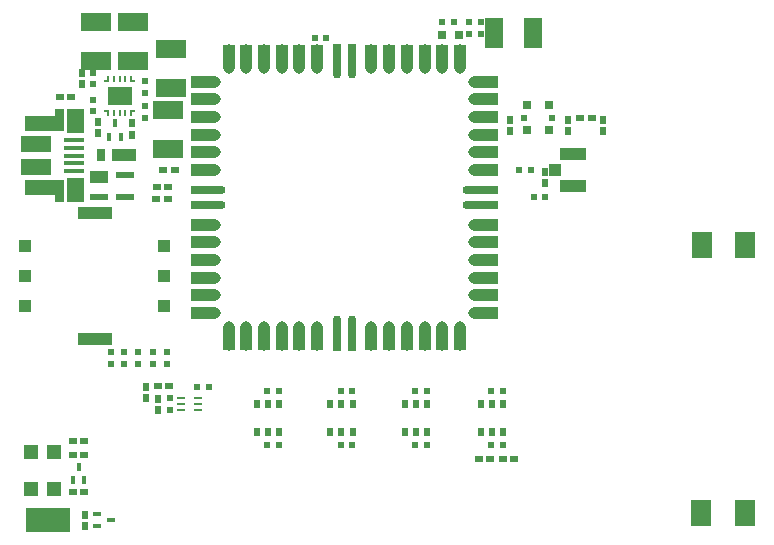
<source format=gtp>
G04*
G04 #@! TF.GenerationSoftware,Altium Limited,Altium Designer,18.1.6 (161)*
G04*
G04 Layer_Color=8421504*
%FSLAX44Y44*%
%MOMM*%
G71*
G01*
G75*
%ADD12R,0.6000X0.5000*%
%ADD13R,2.2000X1.0500*%
%ADD14R,1.0500X1.0000*%
%ADD15R,0.5000X0.7000*%
%ADD16R,0.4000X0.6500*%
%ADD17R,0.6500X0.6000*%
%ADD19R,0.6000X0.6500*%
%ADD20R,1.6000X1.0000*%
%ADD21R,1.6000X0.6000*%
%ADD22R,1.8000X2.3000*%
%ADD23R,3.8000X2.0300*%
%ADD24R,2.1000X1.1000*%
%ADD25R,0.8000X1.1000*%
%ADD26R,2.5000X1.5000*%
%ADD27R,0.5000X0.6000*%
%ADD28R,1.1000X1.0000*%
%ADD29R,3.0000X1.0000*%
%ADD30R,1.2000X1.2000*%
%ADD31R,0.5800X0.5000*%
%ADD32R,0.8000X0.7500*%
%ADD33R,2.5000X1.4250*%
%ADD34R,1.7500X0.4000*%
%ADD35R,0.6500X0.8000*%
%ADD36O,1.0000X2.5000*%
%ADD37O,2.5000X1.0000*%
%ADD38O,2.9500X0.7500*%
%ADD39O,0.7500X2.9500*%
%ADD40R,0.2300X0.5500*%
%ADD41O,0.2500X0.5500*%
%ADD42R,2.0000X1.6000*%
%ADD43R,0.7000X0.2500*%
%ADD44R,0.5500X0.8000*%
%ADD45R,0.6500X0.4000*%
%ADD48R,1.5000X2.5000*%
%ADD70R,1.0000X0.6250*%
%ADD71R,0.5000X1.0000*%
%ADD72R,0.5000X0.7500*%
%ADD73R,0.7500X0.5000*%
G36*
X329100Y629350D02*
X322100D01*
Y634650D01*
X296600D01*
Y647650D01*
X329100D01*
Y629350D01*
D02*
G37*
G36*
X346200Y629400D02*
X332200D01*
Y649400D01*
X346200D01*
Y629400D01*
D02*
G37*
G36*
X329100Y689150D02*
X296600D01*
Y702150D01*
X322100D01*
Y707450D01*
X329100D01*
Y689150D01*
D02*
G37*
G36*
X346200Y687400D02*
X332200D01*
Y707400D01*
X346200D01*
Y687400D01*
D02*
G37*
G36*
X366801Y707191D02*
X367010Y707104D01*
X367199Y706978D01*
X367279Y706898D01*
X367358Y706819D01*
X367483Y706633D01*
X367570Y706426D01*
X367614Y706207D01*
X367615Y706095D01*
X367615Y705983D01*
X367572Y705764D01*
X367487Y705557D01*
X367364Y705371D01*
X367285Y705292D01*
X367285Y705292D01*
X367204Y705209D01*
X367012Y705077D01*
X366798Y704985D01*
X366570Y704937D01*
X366454Y704935D01*
X364632Y704935D01*
X364515Y704935D01*
X364286Y704981D01*
X364070Y705070D01*
X363875Y705200D01*
X363792Y705283D01*
X363715Y705360D01*
X363593Y705543D01*
X363509Y705745D01*
X363467Y705960D01*
X363467Y706069D01*
X363466Y706172D01*
X363501Y706373D01*
X363571Y706566D01*
X363675Y706742D01*
X363742Y706820D01*
X363824Y706911D01*
X364021Y707059D01*
X364243Y707166D01*
X364482Y707227D01*
X364605Y707234D01*
X364605Y707234D01*
X366465Y707235D01*
X366578D01*
X366801Y707191D01*
D02*
G37*
G36*
X388741Y707210D02*
X388950Y707123D01*
X389139Y706997D01*
X389219Y706917D01*
X389298Y706838D01*
X389423Y706653D01*
X389510Y706446D01*
X389554Y706226D01*
X389554Y706114D01*
X389555Y706003D01*
X389512Y705783D01*
X389427Y705577D01*
X389304Y705390D01*
X389225Y705311D01*
X389225Y705311D01*
X389144Y705228D01*
X388952Y705096D01*
X388738Y705004D01*
X388510Y704956D01*
X388393Y704955D01*
X386572Y704955D01*
X386455Y704955D01*
X386226Y705000D01*
X386009Y705090D01*
X385815Y705220D01*
X385732Y705302D01*
X385655Y705380D01*
X385533Y705562D01*
X385449Y705764D01*
X385406Y705979D01*
X385406Y706089D01*
X385406Y706191D01*
X385441Y706393D01*
X385511Y706585D01*
X385615Y706761D01*
X385681Y706839D01*
X385764Y706931D01*
X385961Y707079D01*
X386183Y707186D01*
X386421Y707247D01*
X386544Y707254D01*
X386544Y707254D01*
X388405Y707254D01*
X388518D01*
X388741Y707210D01*
D02*
G37*
G36*
X366810Y732531D02*
X367019Y732444D01*
X367208Y732318D01*
X367288Y732238D01*
X367367Y732159D01*
X367492Y731973D01*
X367579Y731766D01*
X367623Y731547D01*
X367623Y731435D01*
X367624Y731323D01*
X367581Y731104D01*
X367496Y730897D01*
X367373Y730711D01*
X367294Y730632D01*
X367294Y730632D01*
X367213Y730548D01*
X367021Y730416D01*
X366807Y730325D01*
X366579Y730276D01*
X366462Y730275D01*
X364641Y730275D01*
X364524Y730275D01*
X364295Y730321D01*
X364078Y730410D01*
X363884Y730540D01*
X363801Y730623D01*
X363724Y730700D01*
X363602Y730882D01*
X363518Y731085D01*
X363476Y731300D01*
X363476Y731409D01*
X363475Y731512D01*
X363510Y731713D01*
X363580Y731906D01*
X363684Y732082D01*
X363751Y732160D01*
X363833Y732251D01*
X364030Y732399D01*
X364252Y732506D01*
X364491Y732567D01*
X364613Y732574D01*
X364614Y732574D01*
X366474Y732575D01*
X366587D01*
X366810Y732531D01*
D02*
G37*
G36*
X388686Y732518D02*
X388896Y732431D01*
X389084Y732305D01*
X389165Y732225D01*
X389244Y732146D01*
X389369Y731960D01*
X389455Y731753D01*
X389500Y731534D01*
X389500Y731422D01*
X389501Y731310D01*
X389458Y731091D01*
X389373Y730884D01*
X389250Y730698D01*
X389171Y730619D01*
X389171Y730619D01*
X389090Y730536D01*
X388898Y730404D01*
X388684Y730312D01*
X388456Y730264D01*
X388339Y730262D01*
X386518Y730262D01*
X386401Y730262D01*
X386171Y730308D01*
X385955Y730397D01*
X385761Y730527D01*
X385678Y730610D01*
X385601Y730687D01*
X385479Y730870D01*
X385395Y731072D01*
X385352Y731287D01*
X385352Y731396D01*
X385351Y731499D01*
X385387Y731700D01*
X385457Y731893D01*
X385560Y732069D01*
X385627Y732147D01*
X385709Y732238D01*
X385906Y732386D01*
X386129Y732493D01*
X386367Y732554D01*
X386490Y732561D01*
X386490Y732561D01*
X388351Y732562D01*
X388464D01*
X388686Y732518D01*
D02*
G37*
D12*
X724900Y656100D02*
D03*
X714900D02*
D03*
X737100Y633700D02*
D03*
X727100D02*
D03*
X541700Y768000D02*
D03*
X551700D02*
D03*
X659300Y781200D02*
D03*
X649300D02*
D03*
X701150Y423635D02*
D03*
X691150D02*
D03*
X701150Y469185D02*
D03*
X691150D02*
D03*
X636400Y423635D02*
D03*
X626400D02*
D03*
X636400Y469185D02*
D03*
X626400D02*
D03*
X573650Y423635D02*
D03*
X563650D02*
D03*
X573650Y469185D02*
D03*
X563650D02*
D03*
X511400Y423635D02*
D03*
X501400D02*
D03*
X511400Y469185D02*
D03*
X501400D02*
D03*
X452050Y472300D02*
D03*
X442050D02*
D03*
D13*
X760600Y669300D02*
D03*
Y642700D02*
D03*
D14*
X745400Y656000D02*
D03*
D15*
X736900Y654100D02*
D03*
Y645100D02*
D03*
D16*
X346750Y393500D02*
D03*
X336750D02*
D03*
X341750Y405000D02*
D03*
X377450Y684500D02*
D03*
X367450D02*
D03*
X372450Y696000D02*
D03*
D17*
X346500Y383500D02*
D03*
X337000D02*
D03*
X681050Y411234D02*
D03*
X690550D02*
D03*
X700800Y411184D02*
D03*
X710300D02*
D03*
X766600Y700450D02*
D03*
X776100D02*
D03*
X407750Y631550D02*
D03*
X417250D02*
D03*
X407800Y641650D02*
D03*
X417300D02*
D03*
X408850Y473300D02*
D03*
X418350D02*
D03*
X337100Y426850D02*
D03*
X346600D02*
D03*
X335400Y717900D02*
D03*
X325900D02*
D03*
X423200Y655900D02*
D03*
X413700D02*
D03*
X337150Y415000D02*
D03*
X346650D02*
D03*
D19*
X786000Y698300D02*
D03*
Y688800D02*
D03*
X756600Y698300D02*
D03*
Y688800D02*
D03*
X706700Y698850D02*
D03*
Y689350D02*
D03*
X408650Y462500D02*
D03*
Y453000D02*
D03*
X358000Y687450D02*
D03*
Y696950D02*
D03*
X386850Y695700D02*
D03*
Y686200D02*
D03*
X344750Y738350D02*
D03*
Y728850D02*
D03*
X398850Y472300D02*
D03*
Y462800D02*
D03*
X347300Y354750D02*
D03*
Y364250D02*
D03*
D20*
X359150Y650350D02*
D03*
D21*
Y633350D02*
D03*
X381150D02*
D03*
Y652350D02*
D03*
D22*
X906250Y592450D02*
D03*
X869350Y592650D02*
D03*
X905950Y365350D02*
D03*
X868950D02*
D03*
D23*
X315650Y359800D02*
D03*
D24*
X380250Y669050D02*
D03*
D25*
X360500Y669050D02*
D03*
D26*
X417450Y706720D02*
D03*
Y673700D02*
D03*
X387550Y748430D02*
D03*
Y781450D02*
D03*
X356750D02*
D03*
Y748430D02*
D03*
X419650Y725500D02*
D03*
Y758520D02*
D03*
D27*
X353750Y715790D02*
D03*
Y705790D02*
D03*
X369150Y501900D02*
D03*
Y491900D02*
D03*
X682300Y771150D02*
D03*
Y781150D02*
D03*
X398100Y710577D02*
D03*
Y700577D02*
D03*
X397950Y721500D02*
D03*
Y731500D02*
D03*
X354100Y728600D02*
D03*
Y738600D02*
D03*
X672450Y781050D02*
D03*
Y771050D02*
D03*
X416850Y501850D02*
D03*
Y491850D02*
D03*
X405150Y501950D02*
D03*
Y491950D02*
D03*
X418850Y453050D02*
D03*
Y463050D02*
D03*
X392433Y501800D02*
D03*
Y491800D02*
D03*
X380550Y501950D02*
D03*
Y491950D02*
D03*
D28*
X414500Y566250D02*
D03*
Y540850D02*
D03*
Y591650D02*
D03*
X296400Y541050D02*
D03*
Y591850D02*
D03*
Y566450D02*
D03*
D29*
X355400Y619450D02*
D03*
Y513450D02*
D03*
D30*
X301700Y417200D02*
D03*
X321200D02*
D03*
X301800Y386000D02*
D03*
X321300D02*
D03*
D31*
X742550Y700600D02*
D03*
X719350D02*
D03*
D32*
X740450Y690350D02*
D03*
Y710850D02*
D03*
X721450D02*
D03*
Y690350D02*
D03*
D33*
X306100Y658800D02*
D03*
Y678000D02*
D03*
D34*
X337900Y655400D02*
D03*
Y661900D02*
D03*
Y668400D02*
D03*
Y674900D02*
D03*
Y681400D02*
D03*
D35*
X649400Y770600D02*
D03*
X663900D02*
D03*
D36*
X468800Y750500D02*
D03*
X483800D02*
D03*
X498800D02*
D03*
X513800D02*
D03*
X528800D02*
D03*
X543800D02*
D03*
X589800D02*
D03*
X604800D02*
D03*
X619800D02*
D03*
X634800D02*
D03*
X649800D02*
D03*
X664800D02*
D03*
Y515500D02*
D03*
X649800D02*
D03*
X634800D02*
D03*
X619800D02*
D03*
X604800D02*
D03*
X589800D02*
D03*
X543800D02*
D03*
X528800D02*
D03*
X513800D02*
D03*
X498800D02*
D03*
X483800D02*
D03*
X468800D02*
D03*
D37*
X684300Y731000D02*
D03*
Y716000D02*
D03*
Y701000D02*
D03*
Y686000D02*
D03*
Y671000D02*
D03*
Y656000D02*
D03*
Y610000D02*
D03*
Y595000D02*
D03*
Y580000D02*
D03*
Y565000D02*
D03*
Y550000D02*
D03*
Y535000D02*
D03*
X449300D02*
D03*
Y550000D02*
D03*
Y565000D02*
D03*
Y580000D02*
D03*
Y595000D02*
D03*
Y610000D02*
D03*
Y656000D02*
D03*
Y671000D02*
D03*
Y686000D02*
D03*
Y701000D02*
D03*
Y716000D02*
D03*
Y731000D02*
D03*
D38*
X682050Y626750D02*
D03*
Y639250D02*
D03*
X451550Y626750D02*
D03*
Y639250D02*
D03*
D39*
X560550Y748250D02*
D03*
X573050D02*
D03*
Y517750D02*
D03*
X560550D02*
D03*
D40*
X366500Y704500D02*
D03*
X386500D02*
D03*
Y733000D02*
D03*
X366500D02*
D03*
D41*
X371500Y704500D02*
D03*
X376500D02*
D03*
X381500D02*
D03*
Y733000D02*
D03*
X376500D02*
D03*
X371500D02*
D03*
D42*
X376500Y718750D02*
D03*
D43*
X442950Y453050D02*
D03*
Y458050D02*
D03*
Y463050D02*
D03*
X428950Y462950D02*
D03*
Y457950D02*
D03*
Y452950D02*
D03*
D44*
X701200Y434335D02*
D03*
X691700D02*
D03*
X682200D02*
D03*
Y458335D02*
D03*
X691700D02*
D03*
X701200D02*
D03*
X573900Y434335D02*
D03*
X564400D02*
D03*
X554900D02*
D03*
Y458335D02*
D03*
X564400D02*
D03*
X573900D02*
D03*
X636850Y434335D02*
D03*
X627350D02*
D03*
X617850D02*
D03*
Y458335D02*
D03*
X627350D02*
D03*
X636850D02*
D03*
X511700Y434335D02*
D03*
X502200D02*
D03*
X492700D02*
D03*
Y458335D02*
D03*
X502200D02*
D03*
X511700D02*
D03*
D45*
X369100Y359500D02*
D03*
X357600Y364500D02*
D03*
Y354500D02*
D03*
D48*
X726820Y771950D02*
D03*
X693800D02*
D03*
D70*
X589800Y506125D02*
D03*
X619800D02*
D03*
X649800D02*
D03*
X664800D02*
D03*
X634800D02*
D03*
X604800D02*
D03*
X468800D02*
D03*
X498800D02*
D03*
X528800D02*
D03*
X543800D02*
D03*
X513800D02*
D03*
X483800D02*
D03*
X589800Y759875D02*
D03*
X619800D02*
D03*
X649800D02*
D03*
X664800D02*
D03*
X634800D02*
D03*
X604800D02*
D03*
X483800D02*
D03*
X513800D02*
D03*
X543800D02*
D03*
X528800D02*
D03*
X498800D02*
D03*
X468800D02*
D03*
D71*
X694299Y610000D02*
D03*
X694300Y595000D02*
D03*
Y565000D02*
D03*
X694299Y580000D02*
D03*
Y535000D02*
D03*
X694300Y550000D02*
D03*
Y731000D02*
D03*
X694299Y716000D02*
D03*
Y686000D02*
D03*
X694300Y701000D02*
D03*
Y656000D02*
D03*
X694300Y671000D02*
D03*
X439300Y610000D02*
D03*
X439300Y595000D02*
D03*
Y565000D02*
D03*
X439300Y580000D02*
D03*
Y535000D02*
D03*
X439300Y550000D02*
D03*
X439300Y671000D02*
D03*
X439300Y656000D02*
D03*
Y701000D02*
D03*
X439300Y686000D02*
D03*
Y716000D02*
D03*
X439300Y731000D02*
D03*
D72*
X694300Y626750D02*
D03*
Y639250D02*
D03*
X439300Y626750D02*
D03*
Y639250D02*
D03*
D73*
X560550Y760500D02*
D03*
X573050D02*
D03*
X573050Y505500D02*
D03*
X560550D02*
D03*
M02*

</source>
